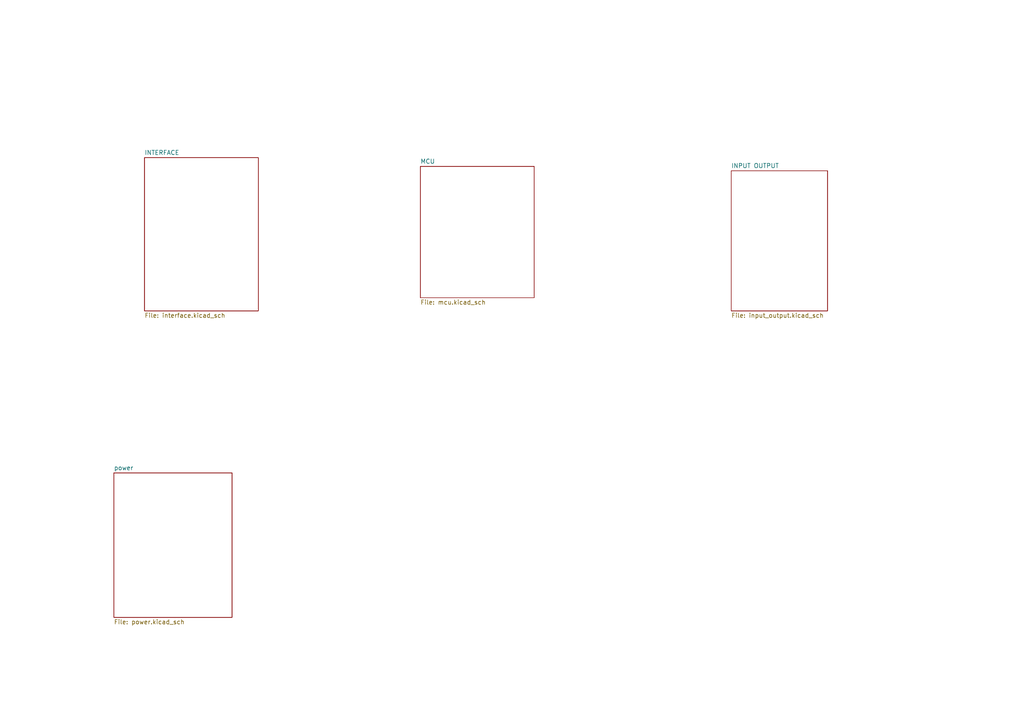
<source format=kicad_sch>
(kicad_sch
	(version 20250114)
	(generator "eeschema")
	(generator_version "9.0")
	(uuid "3f2a02e3-0309-4eb4-9fe4-36ab0b4992b4")
	(paper "A4")
	(title_block
		(title "ADAS_Camera_Emulator")
		(date "2025-10-16")
		(rev "V1")
		(company "HAKKI Houssam")
	)
	(lib_symbols)
	(sheet
		(at 212.09 49.53)
		(size 27.94 40.64)
		(exclude_from_sim no)
		(in_bom yes)
		(on_board yes)
		(dnp no)
		(fields_autoplaced yes)
		(stroke
			(width 0.1524)
			(type solid)
		)
		(fill
			(color 0 0 0 0.0000)
		)
		(uuid "09c156cf-b73d-4ca8-ae4c-123d726d6d66")
		(property "Sheetname" "INPUT OUTPUT"
			(at 212.09 48.8184 0)
			(effects
				(font
					(size 1.27 1.27)
				)
				(justify left bottom)
			)
		)
		(property "Sheetfile" "input_output.kicad_sch"
			(at 212.09 90.7546 0)
			(effects
				(font
					(size 1.27 1.27)
				)
				(justify left top)
			)
		)
		(instances
			(project "ADAS_Camera_Emulator"
				(path "/3f2a02e3-0309-4eb4-9fe4-36ab0b4992b4"
					(page "5")
				)
			)
		)
	)
	(sheet
		(at 33.02 137.16)
		(size 34.29 41.91)
		(exclude_from_sim no)
		(in_bom yes)
		(on_board yes)
		(dnp no)
		(fields_autoplaced yes)
		(stroke
			(width 0.1524)
			(type solid)
		)
		(fill
			(color 0 0 0 0.0000)
		)
		(uuid "4742d964-3f4b-46e9-ac89-0007999129a2")
		(property "Sheetname" "power"
			(at 33.02 136.4484 0)
			(effects
				(font
					(size 1.27 1.27)
				)
				(justify left bottom)
			)
		)
		(property "Sheetfile" "power.kicad_sch"
			(at 33.02 179.6546 0)
			(effects
				(font
					(size 1.27 1.27)
				)
				(justify left top)
			)
		)
		(instances
			(project "ADAS_Camera_Emulator"
				(path "/3f2a02e3-0309-4eb4-9fe4-36ab0b4992b4"
					(page "3")
				)
			)
		)
	)
	(sheet
		(at 121.92 48.26)
		(size 33.02 38.1)
		(exclude_from_sim no)
		(in_bom yes)
		(on_board yes)
		(dnp no)
		(fields_autoplaced yes)
		(stroke
			(width 0.1524)
			(type solid)
		)
		(fill
			(color 0 0 0 0.0000)
		)
		(uuid "7acd3cdb-0aa8-4446-809c-3644a423394f")
		(property "Sheetname" "MCU"
			(at 121.92 47.5484 0)
			(effects
				(font
					(size 1.27 1.27)
				)
				(justify left bottom)
			)
		)
		(property "Sheetfile" "mcu.kicad_sch"
			(at 121.92 86.9446 0)
			(effects
				(font
					(size 1.27 1.27)
				)
				(justify left top)
			)
		)
		(instances
			(project "ADAS_Camera_Emulator"
				(path "/3f2a02e3-0309-4eb4-9fe4-36ab0b4992b4"
					(page "2")
				)
			)
		)
	)
	(sheet
		(at 41.91 45.72)
		(size 33.02 44.45)
		(exclude_from_sim no)
		(in_bom yes)
		(on_board yes)
		(dnp no)
		(fields_autoplaced yes)
		(stroke
			(width 0.1524)
			(type solid)
		)
		(fill
			(color 0 0 0 0.0000)
		)
		(uuid "ed1a64b3-73a9-4313-bd4c-fc4dbfae908d")
		(property "Sheetname" "INTERFACE"
			(at 41.91 45.0084 0)
			(effects
				(font
					(size 1.27 1.27)
				)
				(justify left bottom)
			)
		)
		(property "Sheetfile" "interface.kicad_sch"
			(at 41.91 90.7546 0)
			(effects
				(font
					(size 1.27 1.27)
				)
				(justify left top)
			)
		)
		(instances
			(project "ADAS_Camera_Emulator"
				(path "/3f2a02e3-0309-4eb4-9fe4-36ab0b4992b4"
					(page "4")
				)
			)
		)
	)
	(sheet_instances
		(path "/"
			(page "1")
		)
	)
	(embedded_fonts no)
)

</source>
